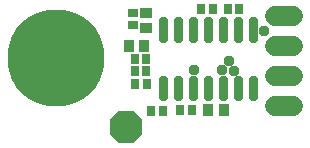
<source format=gbr>
G04 EAGLE Gerber RS-274X export*
G75*
%MOMM*%
%FSLAX34Y34*%
%LPD*%
%INSoldermask Top*%
%IPPOS*%
%AMOC8*
5,1,8,0,0,1.08239X$1,22.5*%
G01*
%ADD10C,0.506016*%
%ADD11R,0.803200X0.903200*%
%ADD12R,0.903200X0.803200*%
%ADD13R,0.903200X1.103200*%
%ADD14R,1.103200X0.903200*%
%ADD15C,1.727200*%
%ADD16P,2.982959X8X112.500000*%
%ADD17C,8.203200*%
%ADD18C,0.959600*%


D10*
X230086Y237586D02*
X230086Y220914D01*
X227114Y220914D01*
X227114Y237586D01*
X230086Y237586D01*
X230086Y225721D02*
X227114Y225721D01*
X227114Y230528D02*
X230086Y230528D01*
X230086Y235335D02*
X227114Y235335D01*
X242786Y237586D02*
X242786Y220914D01*
X239814Y220914D01*
X239814Y237586D01*
X242786Y237586D01*
X242786Y225721D02*
X239814Y225721D01*
X239814Y230528D02*
X242786Y230528D01*
X242786Y235335D02*
X239814Y235335D01*
X255486Y237586D02*
X255486Y220914D01*
X252514Y220914D01*
X252514Y237586D01*
X255486Y237586D01*
X255486Y225721D02*
X252514Y225721D01*
X252514Y230528D02*
X255486Y230528D01*
X255486Y235335D02*
X252514Y235335D01*
X268186Y237586D02*
X268186Y220914D01*
X265214Y220914D01*
X265214Y237586D01*
X268186Y237586D01*
X268186Y225721D02*
X265214Y225721D01*
X265214Y230528D02*
X268186Y230528D01*
X268186Y235335D02*
X265214Y235335D01*
X280886Y237586D02*
X280886Y220914D01*
X277914Y220914D01*
X277914Y237586D01*
X280886Y237586D01*
X280886Y225721D02*
X277914Y225721D01*
X277914Y230528D02*
X280886Y230528D01*
X280886Y235335D02*
X277914Y235335D01*
X293586Y237586D02*
X293586Y220914D01*
X290614Y220914D01*
X290614Y237586D01*
X293586Y237586D01*
X293586Y225721D02*
X290614Y225721D01*
X290614Y230528D02*
X293586Y230528D01*
X293586Y235335D02*
X290614Y235335D01*
X306286Y237586D02*
X306286Y220914D01*
X303314Y220914D01*
X303314Y237586D01*
X306286Y237586D01*
X306286Y225721D02*
X303314Y225721D01*
X303314Y230528D02*
X306286Y230528D01*
X306286Y235335D02*
X303314Y235335D01*
X306286Y270414D02*
X306286Y287086D01*
X306286Y270414D02*
X303314Y270414D01*
X303314Y287086D01*
X306286Y287086D01*
X306286Y275221D02*
X303314Y275221D01*
X303314Y280028D02*
X306286Y280028D01*
X306286Y284835D02*
X303314Y284835D01*
X293586Y287086D02*
X293586Y270414D01*
X290614Y270414D01*
X290614Y287086D01*
X293586Y287086D01*
X293586Y275221D02*
X290614Y275221D01*
X290614Y280028D02*
X293586Y280028D01*
X293586Y284835D02*
X290614Y284835D01*
X280886Y287086D02*
X280886Y270414D01*
X277914Y270414D01*
X277914Y287086D01*
X280886Y287086D01*
X280886Y275221D02*
X277914Y275221D01*
X277914Y280028D02*
X280886Y280028D01*
X280886Y284835D02*
X277914Y284835D01*
X268186Y287086D02*
X268186Y270414D01*
X265214Y270414D01*
X265214Y287086D01*
X268186Y287086D01*
X268186Y275221D02*
X265214Y275221D01*
X265214Y280028D02*
X268186Y280028D01*
X268186Y284835D02*
X265214Y284835D01*
X255486Y287086D02*
X255486Y270414D01*
X252514Y270414D01*
X252514Y287086D01*
X255486Y287086D01*
X255486Y275221D02*
X252514Y275221D01*
X252514Y280028D02*
X255486Y280028D01*
X255486Y284835D02*
X252514Y284835D01*
X242786Y287086D02*
X242786Y270414D01*
X239814Y270414D01*
X239814Y287086D01*
X242786Y287086D01*
X242786Y275221D02*
X239814Y275221D01*
X239814Y280028D02*
X242786Y280028D01*
X242786Y284835D02*
X239814Y284835D01*
X230086Y287086D02*
X230086Y270414D01*
X227114Y270414D01*
X227114Y287086D01*
X230086Y287086D01*
X230086Y275221D02*
X227114Y275221D01*
X227114Y280028D02*
X230086Y280028D01*
X230086Y284835D02*
X227114Y284835D01*
D11*
X214296Y233426D03*
X204296Y233426D03*
X252650Y210820D03*
X242650Y210820D03*
X228266Y210566D03*
X218266Y210566D03*
X204042Y244094D03*
X214042Y244094D03*
X282782Y296926D03*
X292782Y296926D03*
X260430Y296672D03*
X270430Y296672D03*
X214042Y254508D03*
X204042Y254508D03*
D12*
X202438Y293036D03*
X202438Y283036D03*
D13*
X199240Y265684D03*
X212240Y265684D03*
D14*
X213868Y293520D03*
X213868Y280520D03*
D13*
X279550Y210820D03*
X266550Y210820D03*
D15*
X322580Y290830D02*
X337820Y290830D01*
X337820Y265430D02*
X322580Y265430D01*
X322580Y240030D02*
X337820Y240030D01*
X337820Y214630D02*
X322580Y214630D01*
D16*
X197104Y196850D03*
D17*
X137414Y255524D03*
D18*
X288290Y244122D03*
X313445Y278142D03*
X254000Y245110D03*
X278130Y245110D03*
X283972Y252222D03*
M02*

</source>
